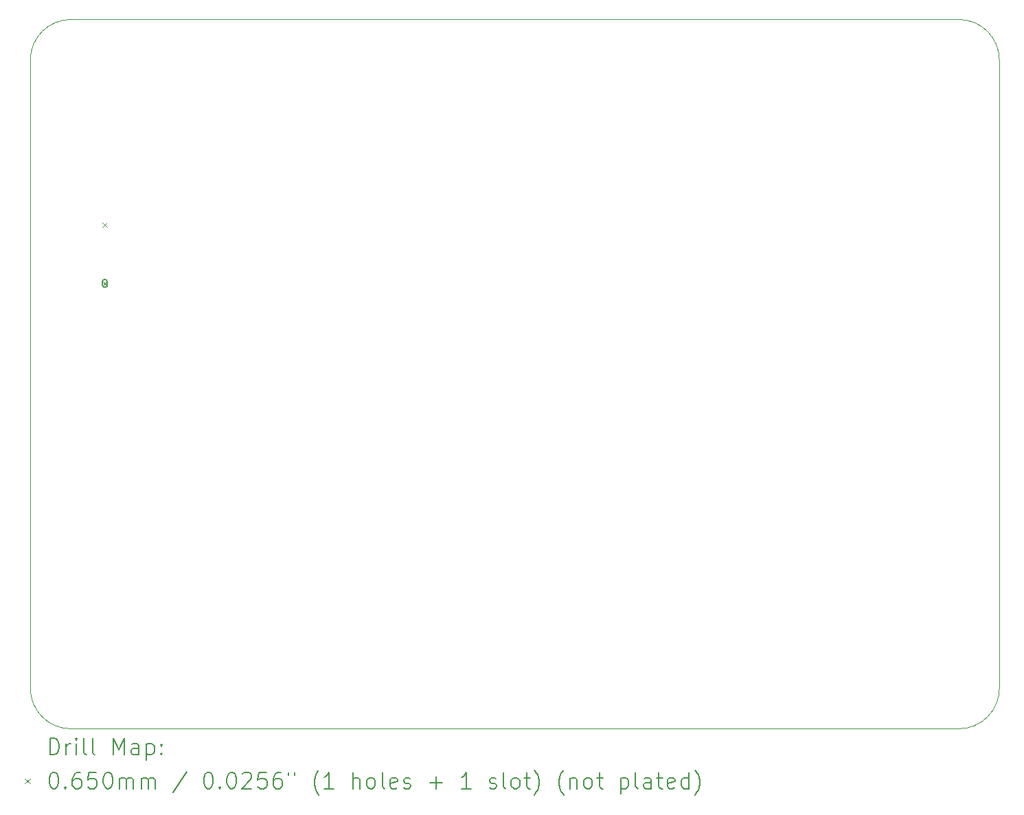
<source format=gbr>
%TF.GenerationSoftware,KiCad,Pcbnew,7.0.1*%
%TF.CreationDate,2023-10-22T20:19:52-04:00*%
%TF.ProjectId,battery_charging_devboard,62617474-6572-4795-9f63-68617267696e,rev?*%
%TF.SameCoordinates,Original*%
%TF.FileFunction,Drillmap*%
%TF.FilePolarity,Positive*%
%FSLAX45Y45*%
G04 Gerber Fmt 4.5, Leading zero omitted, Abs format (unit mm)*
G04 Created by KiCad (PCBNEW 7.0.1) date 2023-10-22 20:19:52*
%MOMM*%
%LPD*%
G01*
G04 APERTURE LIST*
%ADD10C,0.100000*%
%ADD11C,0.200000*%
%ADD12C,0.065000*%
G04 APERTURE END LIST*
D10*
X3853553Y-12146447D02*
X3853553Y-4400000D01*
X15800000Y-4400000D02*
G75*
G03*
X15300000Y-3900000I-500000J0D01*
G01*
X3853553Y-12146447D02*
G75*
G03*
X4353553Y-12646447I500000J0D01*
G01*
X15300000Y-12646447D02*
X4353553Y-12646447D01*
X15800000Y-12146447D02*
X15800000Y-4400000D01*
X4353553Y-3900000D02*
X15300000Y-3900000D01*
X4353553Y-3900000D02*
G75*
G03*
X3853553Y-4400000I0J-500000D01*
G01*
X15300000Y-12646450D02*
G75*
G03*
X15800000Y-12146447I0J500000D01*
G01*
D11*
D12*
X4738500Y-6401250D02*
X4803500Y-6466250D01*
X4803500Y-6401250D02*
X4738500Y-6466250D01*
X4738500Y-7121250D02*
X4803500Y-7186250D01*
X4803500Y-7121250D02*
X4738500Y-7186250D01*
D11*
X4738500Y-7138750D02*
X4738500Y-7168750D01*
X4738500Y-7168750D02*
G75*
G03*
X4803500Y-7168750I32500J0D01*
G01*
X4803500Y-7168750D02*
X4803500Y-7138750D01*
X4803500Y-7138750D02*
G75*
G03*
X4738500Y-7138750I-32500J0D01*
G01*
X4096172Y-12963970D02*
X4096172Y-12763970D01*
X4096172Y-12763970D02*
X4143791Y-12763970D01*
X4143791Y-12763970D02*
X4172363Y-12773494D01*
X4172363Y-12773494D02*
X4191410Y-12792542D01*
X4191410Y-12792542D02*
X4200934Y-12811589D01*
X4200934Y-12811589D02*
X4210458Y-12849685D01*
X4210458Y-12849685D02*
X4210458Y-12878256D01*
X4210458Y-12878256D02*
X4200934Y-12916351D01*
X4200934Y-12916351D02*
X4191410Y-12935399D01*
X4191410Y-12935399D02*
X4172363Y-12954447D01*
X4172363Y-12954447D02*
X4143791Y-12963970D01*
X4143791Y-12963970D02*
X4096172Y-12963970D01*
X4296172Y-12963970D02*
X4296172Y-12830637D01*
X4296172Y-12868732D02*
X4305696Y-12849685D01*
X4305696Y-12849685D02*
X4315220Y-12840161D01*
X4315220Y-12840161D02*
X4334268Y-12830637D01*
X4334268Y-12830637D02*
X4353315Y-12830637D01*
X4419982Y-12963970D02*
X4419982Y-12830637D01*
X4419982Y-12763970D02*
X4410458Y-12773494D01*
X4410458Y-12773494D02*
X4419982Y-12783018D01*
X4419982Y-12783018D02*
X4429506Y-12773494D01*
X4429506Y-12773494D02*
X4419982Y-12763970D01*
X4419982Y-12763970D02*
X4419982Y-12783018D01*
X4543791Y-12963970D02*
X4524744Y-12954447D01*
X4524744Y-12954447D02*
X4515220Y-12935399D01*
X4515220Y-12935399D02*
X4515220Y-12763970D01*
X4648553Y-12963970D02*
X4629506Y-12954447D01*
X4629506Y-12954447D02*
X4619982Y-12935399D01*
X4619982Y-12935399D02*
X4619982Y-12763970D01*
X4877125Y-12963970D02*
X4877125Y-12763970D01*
X4877125Y-12763970D02*
X4943792Y-12906827D01*
X4943792Y-12906827D02*
X5010458Y-12763970D01*
X5010458Y-12763970D02*
X5010458Y-12963970D01*
X5191411Y-12963970D02*
X5191411Y-12859208D01*
X5191411Y-12859208D02*
X5181887Y-12840161D01*
X5181887Y-12840161D02*
X5162839Y-12830637D01*
X5162839Y-12830637D02*
X5124744Y-12830637D01*
X5124744Y-12830637D02*
X5105696Y-12840161D01*
X5191411Y-12954447D02*
X5172363Y-12963970D01*
X5172363Y-12963970D02*
X5124744Y-12963970D01*
X5124744Y-12963970D02*
X5105696Y-12954447D01*
X5105696Y-12954447D02*
X5096172Y-12935399D01*
X5096172Y-12935399D02*
X5096172Y-12916351D01*
X5096172Y-12916351D02*
X5105696Y-12897304D01*
X5105696Y-12897304D02*
X5124744Y-12887780D01*
X5124744Y-12887780D02*
X5172363Y-12887780D01*
X5172363Y-12887780D02*
X5191411Y-12878256D01*
X5286649Y-12830637D02*
X5286649Y-13030637D01*
X5286649Y-12840161D02*
X5305696Y-12830637D01*
X5305696Y-12830637D02*
X5343792Y-12830637D01*
X5343792Y-12830637D02*
X5362839Y-12840161D01*
X5362839Y-12840161D02*
X5372363Y-12849685D01*
X5372363Y-12849685D02*
X5381887Y-12868732D01*
X5381887Y-12868732D02*
X5381887Y-12925875D01*
X5381887Y-12925875D02*
X5372363Y-12944923D01*
X5372363Y-12944923D02*
X5362839Y-12954447D01*
X5362839Y-12954447D02*
X5343792Y-12963970D01*
X5343792Y-12963970D02*
X5305696Y-12963970D01*
X5305696Y-12963970D02*
X5286649Y-12954447D01*
X5467601Y-12944923D02*
X5477125Y-12954447D01*
X5477125Y-12954447D02*
X5467601Y-12963970D01*
X5467601Y-12963970D02*
X5458077Y-12954447D01*
X5458077Y-12954447D02*
X5467601Y-12944923D01*
X5467601Y-12944923D02*
X5467601Y-12963970D01*
X5467601Y-12840161D02*
X5477125Y-12849685D01*
X5477125Y-12849685D02*
X5467601Y-12859208D01*
X5467601Y-12859208D02*
X5458077Y-12849685D01*
X5458077Y-12849685D02*
X5467601Y-12840161D01*
X5467601Y-12840161D02*
X5467601Y-12859208D01*
D12*
X3783553Y-13258947D02*
X3848553Y-13323947D01*
X3848553Y-13258947D02*
X3783553Y-13323947D01*
D11*
X4134268Y-13183970D02*
X4153315Y-13183970D01*
X4153315Y-13183970D02*
X4172363Y-13193494D01*
X4172363Y-13193494D02*
X4181887Y-13203018D01*
X4181887Y-13203018D02*
X4191410Y-13222066D01*
X4191410Y-13222066D02*
X4200934Y-13260161D01*
X4200934Y-13260161D02*
X4200934Y-13307780D01*
X4200934Y-13307780D02*
X4191410Y-13345875D01*
X4191410Y-13345875D02*
X4181887Y-13364923D01*
X4181887Y-13364923D02*
X4172363Y-13374447D01*
X4172363Y-13374447D02*
X4153315Y-13383970D01*
X4153315Y-13383970D02*
X4134268Y-13383970D01*
X4134268Y-13383970D02*
X4115220Y-13374447D01*
X4115220Y-13374447D02*
X4105696Y-13364923D01*
X4105696Y-13364923D02*
X4096172Y-13345875D01*
X4096172Y-13345875D02*
X4086649Y-13307780D01*
X4086649Y-13307780D02*
X4086649Y-13260161D01*
X4086649Y-13260161D02*
X4096172Y-13222066D01*
X4096172Y-13222066D02*
X4105696Y-13203018D01*
X4105696Y-13203018D02*
X4115220Y-13193494D01*
X4115220Y-13193494D02*
X4134268Y-13183970D01*
X4286649Y-13364923D02*
X4296172Y-13374447D01*
X4296172Y-13374447D02*
X4286649Y-13383970D01*
X4286649Y-13383970D02*
X4277125Y-13374447D01*
X4277125Y-13374447D02*
X4286649Y-13364923D01*
X4286649Y-13364923D02*
X4286649Y-13383970D01*
X4467601Y-13183970D02*
X4429506Y-13183970D01*
X4429506Y-13183970D02*
X4410458Y-13193494D01*
X4410458Y-13193494D02*
X4400934Y-13203018D01*
X4400934Y-13203018D02*
X4381887Y-13231589D01*
X4381887Y-13231589D02*
X4372363Y-13269685D01*
X4372363Y-13269685D02*
X4372363Y-13345875D01*
X4372363Y-13345875D02*
X4381887Y-13364923D01*
X4381887Y-13364923D02*
X4391411Y-13374447D01*
X4391411Y-13374447D02*
X4410458Y-13383970D01*
X4410458Y-13383970D02*
X4448553Y-13383970D01*
X4448553Y-13383970D02*
X4467601Y-13374447D01*
X4467601Y-13374447D02*
X4477125Y-13364923D01*
X4477125Y-13364923D02*
X4486649Y-13345875D01*
X4486649Y-13345875D02*
X4486649Y-13298256D01*
X4486649Y-13298256D02*
X4477125Y-13279208D01*
X4477125Y-13279208D02*
X4467601Y-13269685D01*
X4467601Y-13269685D02*
X4448553Y-13260161D01*
X4448553Y-13260161D02*
X4410458Y-13260161D01*
X4410458Y-13260161D02*
X4391411Y-13269685D01*
X4391411Y-13269685D02*
X4381887Y-13279208D01*
X4381887Y-13279208D02*
X4372363Y-13298256D01*
X4667601Y-13183970D02*
X4572363Y-13183970D01*
X4572363Y-13183970D02*
X4562839Y-13279208D01*
X4562839Y-13279208D02*
X4572363Y-13269685D01*
X4572363Y-13269685D02*
X4591411Y-13260161D01*
X4591411Y-13260161D02*
X4639030Y-13260161D01*
X4639030Y-13260161D02*
X4658077Y-13269685D01*
X4658077Y-13269685D02*
X4667601Y-13279208D01*
X4667601Y-13279208D02*
X4677125Y-13298256D01*
X4677125Y-13298256D02*
X4677125Y-13345875D01*
X4677125Y-13345875D02*
X4667601Y-13364923D01*
X4667601Y-13364923D02*
X4658077Y-13374447D01*
X4658077Y-13374447D02*
X4639030Y-13383970D01*
X4639030Y-13383970D02*
X4591411Y-13383970D01*
X4591411Y-13383970D02*
X4572363Y-13374447D01*
X4572363Y-13374447D02*
X4562839Y-13364923D01*
X4800934Y-13183970D02*
X4819982Y-13183970D01*
X4819982Y-13183970D02*
X4839030Y-13193494D01*
X4839030Y-13193494D02*
X4848553Y-13203018D01*
X4848553Y-13203018D02*
X4858077Y-13222066D01*
X4858077Y-13222066D02*
X4867601Y-13260161D01*
X4867601Y-13260161D02*
X4867601Y-13307780D01*
X4867601Y-13307780D02*
X4858077Y-13345875D01*
X4858077Y-13345875D02*
X4848553Y-13364923D01*
X4848553Y-13364923D02*
X4839030Y-13374447D01*
X4839030Y-13374447D02*
X4819982Y-13383970D01*
X4819982Y-13383970D02*
X4800934Y-13383970D01*
X4800934Y-13383970D02*
X4781887Y-13374447D01*
X4781887Y-13374447D02*
X4772363Y-13364923D01*
X4772363Y-13364923D02*
X4762839Y-13345875D01*
X4762839Y-13345875D02*
X4753315Y-13307780D01*
X4753315Y-13307780D02*
X4753315Y-13260161D01*
X4753315Y-13260161D02*
X4762839Y-13222066D01*
X4762839Y-13222066D02*
X4772363Y-13203018D01*
X4772363Y-13203018D02*
X4781887Y-13193494D01*
X4781887Y-13193494D02*
X4800934Y-13183970D01*
X4953315Y-13383970D02*
X4953315Y-13250637D01*
X4953315Y-13269685D02*
X4962839Y-13260161D01*
X4962839Y-13260161D02*
X4981887Y-13250637D01*
X4981887Y-13250637D02*
X5010458Y-13250637D01*
X5010458Y-13250637D02*
X5029506Y-13260161D01*
X5029506Y-13260161D02*
X5039030Y-13279208D01*
X5039030Y-13279208D02*
X5039030Y-13383970D01*
X5039030Y-13279208D02*
X5048553Y-13260161D01*
X5048553Y-13260161D02*
X5067601Y-13250637D01*
X5067601Y-13250637D02*
X5096172Y-13250637D01*
X5096172Y-13250637D02*
X5115220Y-13260161D01*
X5115220Y-13260161D02*
X5124744Y-13279208D01*
X5124744Y-13279208D02*
X5124744Y-13383970D01*
X5219982Y-13383970D02*
X5219982Y-13250637D01*
X5219982Y-13269685D02*
X5229506Y-13260161D01*
X5229506Y-13260161D02*
X5248553Y-13250637D01*
X5248553Y-13250637D02*
X5277125Y-13250637D01*
X5277125Y-13250637D02*
X5296173Y-13260161D01*
X5296173Y-13260161D02*
X5305696Y-13279208D01*
X5305696Y-13279208D02*
X5305696Y-13383970D01*
X5305696Y-13279208D02*
X5315220Y-13260161D01*
X5315220Y-13260161D02*
X5334268Y-13250637D01*
X5334268Y-13250637D02*
X5362839Y-13250637D01*
X5362839Y-13250637D02*
X5381887Y-13260161D01*
X5381887Y-13260161D02*
X5391411Y-13279208D01*
X5391411Y-13279208D02*
X5391411Y-13383970D01*
X5781887Y-13174447D02*
X5610458Y-13431589D01*
X6039030Y-13183970D02*
X6058077Y-13183970D01*
X6058077Y-13183970D02*
X6077125Y-13193494D01*
X6077125Y-13193494D02*
X6086649Y-13203018D01*
X6086649Y-13203018D02*
X6096173Y-13222066D01*
X6096173Y-13222066D02*
X6105696Y-13260161D01*
X6105696Y-13260161D02*
X6105696Y-13307780D01*
X6105696Y-13307780D02*
X6096173Y-13345875D01*
X6096173Y-13345875D02*
X6086649Y-13364923D01*
X6086649Y-13364923D02*
X6077125Y-13374447D01*
X6077125Y-13374447D02*
X6058077Y-13383970D01*
X6058077Y-13383970D02*
X6039030Y-13383970D01*
X6039030Y-13383970D02*
X6019982Y-13374447D01*
X6019982Y-13374447D02*
X6010458Y-13364923D01*
X6010458Y-13364923D02*
X6000934Y-13345875D01*
X6000934Y-13345875D02*
X5991411Y-13307780D01*
X5991411Y-13307780D02*
X5991411Y-13260161D01*
X5991411Y-13260161D02*
X6000934Y-13222066D01*
X6000934Y-13222066D02*
X6010458Y-13203018D01*
X6010458Y-13203018D02*
X6019982Y-13193494D01*
X6019982Y-13193494D02*
X6039030Y-13183970D01*
X6191411Y-13364923D02*
X6200934Y-13374447D01*
X6200934Y-13374447D02*
X6191411Y-13383970D01*
X6191411Y-13383970D02*
X6181887Y-13374447D01*
X6181887Y-13374447D02*
X6191411Y-13364923D01*
X6191411Y-13364923D02*
X6191411Y-13383970D01*
X6324744Y-13183970D02*
X6343792Y-13183970D01*
X6343792Y-13183970D02*
X6362839Y-13193494D01*
X6362839Y-13193494D02*
X6372363Y-13203018D01*
X6372363Y-13203018D02*
X6381887Y-13222066D01*
X6381887Y-13222066D02*
X6391411Y-13260161D01*
X6391411Y-13260161D02*
X6391411Y-13307780D01*
X6391411Y-13307780D02*
X6381887Y-13345875D01*
X6381887Y-13345875D02*
X6372363Y-13364923D01*
X6372363Y-13364923D02*
X6362839Y-13374447D01*
X6362839Y-13374447D02*
X6343792Y-13383970D01*
X6343792Y-13383970D02*
X6324744Y-13383970D01*
X6324744Y-13383970D02*
X6305696Y-13374447D01*
X6305696Y-13374447D02*
X6296173Y-13364923D01*
X6296173Y-13364923D02*
X6286649Y-13345875D01*
X6286649Y-13345875D02*
X6277125Y-13307780D01*
X6277125Y-13307780D02*
X6277125Y-13260161D01*
X6277125Y-13260161D02*
X6286649Y-13222066D01*
X6286649Y-13222066D02*
X6296173Y-13203018D01*
X6296173Y-13203018D02*
X6305696Y-13193494D01*
X6305696Y-13193494D02*
X6324744Y-13183970D01*
X6467601Y-13203018D02*
X6477125Y-13193494D01*
X6477125Y-13193494D02*
X6496173Y-13183970D01*
X6496173Y-13183970D02*
X6543792Y-13183970D01*
X6543792Y-13183970D02*
X6562839Y-13193494D01*
X6562839Y-13193494D02*
X6572363Y-13203018D01*
X6572363Y-13203018D02*
X6581887Y-13222066D01*
X6581887Y-13222066D02*
X6581887Y-13241113D01*
X6581887Y-13241113D02*
X6572363Y-13269685D01*
X6572363Y-13269685D02*
X6458077Y-13383970D01*
X6458077Y-13383970D02*
X6581887Y-13383970D01*
X6762839Y-13183970D02*
X6667601Y-13183970D01*
X6667601Y-13183970D02*
X6658077Y-13279208D01*
X6658077Y-13279208D02*
X6667601Y-13269685D01*
X6667601Y-13269685D02*
X6686649Y-13260161D01*
X6686649Y-13260161D02*
X6734268Y-13260161D01*
X6734268Y-13260161D02*
X6753315Y-13269685D01*
X6753315Y-13269685D02*
X6762839Y-13279208D01*
X6762839Y-13279208D02*
X6772363Y-13298256D01*
X6772363Y-13298256D02*
X6772363Y-13345875D01*
X6772363Y-13345875D02*
X6762839Y-13364923D01*
X6762839Y-13364923D02*
X6753315Y-13374447D01*
X6753315Y-13374447D02*
X6734268Y-13383970D01*
X6734268Y-13383970D02*
X6686649Y-13383970D01*
X6686649Y-13383970D02*
X6667601Y-13374447D01*
X6667601Y-13374447D02*
X6658077Y-13364923D01*
X6943792Y-13183970D02*
X6905696Y-13183970D01*
X6905696Y-13183970D02*
X6886649Y-13193494D01*
X6886649Y-13193494D02*
X6877125Y-13203018D01*
X6877125Y-13203018D02*
X6858077Y-13231589D01*
X6858077Y-13231589D02*
X6848554Y-13269685D01*
X6848554Y-13269685D02*
X6848554Y-13345875D01*
X6848554Y-13345875D02*
X6858077Y-13364923D01*
X6858077Y-13364923D02*
X6867601Y-13374447D01*
X6867601Y-13374447D02*
X6886649Y-13383970D01*
X6886649Y-13383970D02*
X6924744Y-13383970D01*
X6924744Y-13383970D02*
X6943792Y-13374447D01*
X6943792Y-13374447D02*
X6953315Y-13364923D01*
X6953315Y-13364923D02*
X6962839Y-13345875D01*
X6962839Y-13345875D02*
X6962839Y-13298256D01*
X6962839Y-13298256D02*
X6953315Y-13279208D01*
X6953315Y-13279208D02*
X6943792Y-13269685D01*
X6943792Y-13269685D02*
X6924744Y-13260161D01*
X6924744Y-13260161D02*
X6886649Y-13260161D01*
X6886649Y-13260161D02*
X6867601Y-13269685D01*
X6867601Y-13269685D02*
X6858077Y-13279208D01*
X6858077Y-13279208D02*
X6848554Y-13298256D01*
X7039030Y-13183970D02*
X7039030Y-13222066D01*
X7115220Y-13183970D02*
X7115220Y-13222066D01*
X7410458Y-13460161D02*
X7400935Y-13450637D01*
X7400935Y-13450637D02*
X7381887Y-13422066D01*
X7381887Y-13422066D02*
X7372363Y-13403018D01*
X7372363Y-13403018D02*
X7362839Y-13374447D01*
X7362839Y-13374447D02*
X7353316Y-13326827D01*
X7353316Y-13326827D02*
X7353316Y-13288732D01*
X7353316Y-13288732D02*
X7362839Y-13241113D01*
X7362839Y-13241113D02*
X7372363Y-13212542D01*
X7372363Y-13212542D02*
X7381887Y-13193494D01*
X7381887Y-13193494D02*
X7400935Y-13164923D01*
X7400935Y-13164923D02*
X7410458Y-13155399D01*
X7591411Y-13383970D02*
X7477125Y-13383970D01*
X7534268Y-13383970D02*
X7534268Y-13183970D01*
X7534268Y-13183970D02*
X7515220Y-13212542D01*
X7515220Y-13212542D02*
X7496173Y-13231589D01*
X7496173Y-13231589D02*
X7477125Y-13241113D01*
X7829506Y-13383970D02*
X7829506Y-13183970D01*
X7915220Y-13383970D02*
X7915220Y-13279208D01*
X7915220Y-13279208D02*
X7905697Y-13260161D01*
X7905697Y-13260161D02*
X7886649Y-13250637D01*
X7886649Y-13250637D02*
X7858077Y-13250637D01*
X7858077Y-13250637D02*
X7839030Y-13260161D01*
X7839030Y-13260161D02*
X7829506Y-13269685D01*
X8039030Y-13383970D02*
X8019982Y-13374447D01*
X8019982Y-13374447D02*
X8010458Y-13364923D01*
X8010458Y-13364923D02*
X8000935Y-13345875D01*
X8000935Y-13345875D02*
X8000935Y-13288732D01*
X8000935Y-13288732D02*
X8010458Y-13269685D01*
X8010458Y-13269685D02*
X8019982Y-13260161D01*
X8019982Y-13260161D02*
X8039030Y-13250637D01*
X8039030Y-13250637D02*
X8067601Y-13250637D01*
X8067601Y-13250637D02*
X8086649Y-13260161D01*
X8086649Y-13260161D02*
X8096173Y-13269685D01*
X8096173Y-13269685D02*
X8105697Y-13288732D01*
X8105697Y-13288732D02*
X8105697Y-13345875D01*
X8105697Y-13345875D02*
X8096173Y-13364923D01*
X8096173Y-13364923D02*
X8086649Y-13374447D01*
X8086649Y-13374447D02*
X8067601Y-13383970D01*
X8067601Y-13383970D02*
X8039030Y-13383970D01*
X8219982Y-13383970D02*
X8200935Y-13374447D01*
X8200935Y-13374447D02*
X8191411Y-13355399D01*
X8191411Y-13355399D02*
X8191411Y-13183970D01*
X8372363Y-13374447D02*
X8353316Y-13383970D01*
X8353316Y-13383970D02*
X8315220Y-13383970D01*
X8315220Y-13383970D02*
X8296173Y-13374447D01*
X8296173Y-13374447D02*
X8286649Y-13355399D01*
X8286649Y-13355399D02*
X8286649Y-13279208D01*
X8286649Y-13279208D02*
X8296173Y-13260161D01*
X8296173Y-13260161D02*
X8315220Y-13250637D01*
X8315220Y-13250637D02*
X8353316Y-13250637D01*
X8353316Y-13250637D02*
X8372363Y-13260161D01*
X8372363Y-13260161D02*
X8381887Y-13279208D01*
X8381887Y-13279208D02*
X8381887Y-13298256D01*
X8381887Y-13298256D02*
X8286649Y-13317304D01*
X8458078Y-13374447D02*
X8477125Y-13383970D01*
X8477125Y-13383970D02*
X8515220Y-13383970D01*
X8515220Y-13383970D02*
X8534268Y-13374447D01*
X8534268Y-13374447D02*
X8543792Y-13355399D01*
X8543792Y-13355399D02*
X8543792Y-13345875D01*
X8543792Y-13345875D02*
X8534268Y-13326827D01*
X8534268Y-13326827D02*
X8515220Y-13317304D01*
X8515220Y-13317304D02*
X8486649Y-13317304D01*
X8486649Y-13317304D02*
X8467601Y-13307780D01*
X8467601Y-13307780D02*
X8458078Y-13288732D01*
X8458078Y-13288732D02*
X8458078Y-13279208D01*
X8458078Y-13279208D02*
X8467601Y-13260161D01*
X8467601Y-13260161D02*
X8486649Y-13250637D01*
X8486649Y-13250637D02*
X8515220Y-13250637D01*
X8515220Y-13250637D02*
X8534268Y-13260161D01*
X8781887Y-13307780D02*
X8934268Y-13307780D01*
X8858078Y-13383970D02*
X8858078Y-13231589D01*
X9286649Y-13383970D02*
X9172363Y-13383970D01*
X9229506Y-13383970D02*
X9229506Y-13183970D01*
X9229506Y-13183970D02*
X9210459Y-13212542D01*
X9210459Y-13212542D02*
X9191411Y-13231589D01*
X9191411Y-13231589D02*
X9172363Y-13241113D01*
X9515221Y-13374447D02*
X9534268Y-13383970D01*
X9534268Y-13383970D02*
X9572363Y-13383970D01*
X9572363Y-13383970D02*
X9591411Y-13374447D01*
X9591411Y-13374447D02*
X9600935Y-13355399D01*
X9600935Y-13355399D02*
X9600935Y-13345875D01*
X9600935Y-13345875D02*
X9591411Y-13326827D01*
X9591411Y-13326827D02*
X9572363Y-13317304D01*
X9572363Y-13317304D02*
X9543792Y-13317304D01*
X9543792Y-13317304D02*
X9524744Y-13307780D01*
X9524744Y-13307780D02*
X9515221Y-13288732D01*
X9515221Y-13288732D02*
X9515221Y-13279208D01*
X9515221Y-13279208D02*
X9524744Y-13260161D01*
X9524744Y-13260161D02*
X9543792Y-13250637D01*
X9543792Y-13250637D02*
X9572363Y-13250637D01*
X9572363Y-13250637D02*
X9591411Y-13260161D01*
X9715221Y-13383970D02*
X9696173Y-13374447D01*
X9696173Y-13374447D02*
X9686649Y-13355399D01*
X9686649Y-13355399D02*
X9686649Y-13183970D01*
X9819983Y-13383970D02*
X9800935Y-13374447D01*
X9800935Y-13374447D02*
X9791411Y-13364923D01*
X9791411Y-13364923D02*
X9781887Y-13345875D01*
X9781887Y-13345875D02*
X9781887Y-13288732D01*
X9781887Y-13288732D02*
X9791411Y-13269685D01*
X9791411Y-13269685D02*
X9800935Y-13260161D01*
X9800935Y-13260161D02*
X9819983Y-13250637D01*
X9819983Y-13250637D02*
X9848554Y-13250637D01*
X9848554Y-13250637D02*
X9867602Y-13260161D01*
X9867602Y-13260161D02*
X9877125Y-13269685D01*
X9877125Y-13269685D02*
X9886649Y-13288732D01*
X9886649Y-13288732D02*
X9886649Y-13345875D01*
X9886649Y-13345875D02*
X9877125Y-13364923D01*
X9877125Y-13364923D02*
X9867602Y-13374447D01*
X9867602Y-13374447D02*
X9848554Y-13383970D01*
X9848554Y-13383970D02*
X9819983Y-13383970D01*
X9943792Y-13250637D02*
X10019983Y-13250637D01*
X9972364Y-13183970D02*
X9972364Y-13355399D01*
X9972364Y-13355399D02*
X9981887Y-13374447D01*
X9981887Y-13374447D02*
X10000935Y-13383970D01*
X10000935Y-13383970D02*
X10019983Y-13383970D01*
X10067602Y-13460161D02*
X10077125Y-13450637D01*
X10077125Y-13450637D02*
X10096173Y-13422066D01*
X10096173Y-13422066D02*
X10105697Y-13403018D01*
X10105697Y-13403018D02*
X10115221Y-13374447D01*
X10115221Y-13374447D02*
X10124744Y-13326827D01*
X10124744Y-13326827D02*
X10124744Y-13288732D01*
X10124744Y-13288732D02*
X10115221Y-13241113D01*
X10115221Y-13241113D02*
X10105697Y-13212542D01*
X10105697Y-13212542D02*
X10096173Y-13193494D01*
X10096173Y-13193494D02*
X10077125Y-13164923D01*
X10077125Y-13164923D02*
X10067602Y-13155399D01*
X10429506Y-13460161D02*
X10419983Y-13450637D01*
X10419983Y-13450637D02*
X10400935Y-13422066D01*
X10400935Y-13422066D02*
X10391411Y-13403018D01*
X10391411Y-13403018D02*
X10381887Y-13374447D01*
X10381887Y-13374447D02*
X10372364Y-13326827D01*
X10372364Y-13326827D02*
X10372364Y-13288732D01*
X10372364Y-13288732D02*
X10381887Y-13241113D01*
X10381887Y-13241113D02*
X10391411Y-13212542D01*
X10391411Y-13212542D02*
X10400935Y-13193494D01*
X10400935Y-13193494D02*
X10419983Y-13164923D01*
X10419983Y-13164923D02*
X10429506Y-13155399D01*
X10505697Y-13250637D02*
X10505697Y-13383970D01*
X10505697Y-13269685D02*
X10515221Y-13260161D01*
X10515221Y-13260161D02*
X10534268Y-13250637D01*
X10534268Y-13250637D02*
X10562840Y-13250637D01*
X10562840Y-13250637D02*
X10581887Y-13260161D01*
X10581887Y-13260161D02*
X10591411Y-13279208D01*
X10591411Y-13279208D02*
X10591411Y-13383970D01*
X10715221Y-13383970D02*
X10696173Y-13374447D01*
X10696173Y-13374447D02*
X10686649Y-13364923D01*
X10686649Y-13364923D02*
X10677125Y-13345875D01*
X10677125Y-13345875D02*
X10677125Y-13288732D01*
X10677125Y-13288732D02*
X10686649Y-13269685D01*
X10686649Y-13269685D02*
X10696173Y-13260161D01*
X10696173Y-13260161D02*
X10715221Y-13250637D01*
X10715221Y-13250637D02*
X10743792Y-13250637D01*
X10743792Y-13250637D02*
X10762840Y-13260161D01*
X10762840Y-13260161D02*
X10772364Y-13269685D01*
X10772364Y-13269685D02*
X10781887Y-13288732D01*
X10781887Y-13288732D02*
X10781887Y-13345875D01*
X10781887Y-13345875D02*
X10772364Y-13364923D01*
X10772364Y-13364923D02*
X10762840Y-13374447D01*
X10762840Y-13374447D02*
X10743792Y-13383970D01*
X10743792Y-13383970D02*
X10715221Y-13383970D01*
X10839030Y-13250637D02*
X10915221Y-13250637D01*
X10867602Y-13183970D02*
X10867602Y-13355399D01*
X10867602Y-13355399D02*
X10877125Y-13374447D01*
X10877125Y-13374447D02*
X10896173Y-13383970D01*
X10896173Y-13383970D02*
X10915221Y-13383970D01*
X11134268Y-13250637D02*
X11134268Y-13450637D01*
X11134268Y-13260161D02*
X11153316Y-13250637D01*
X11153316Y-13250637D02*
X11191411Y-13250637D01*
X11191411Y-13250637D02*
X11210459Y-13260161D01*
X11210459Y-13260161D02*
X11219983Y-13269685D01*
X11219983Y-13269685D02*
X11229506Y-13288732D01*
X11229506Y-13288732D02*
X11229506Y-13345875D01*
X11229506Y-13345875D02*
X11219983Y-13364923D01*
X11219983Y-13364923D02*
X11210459Y-13374447D01*
X11210459Y-13374447D02*
X11191411Y-13383970D01*
X11191411Y-13383970D02*
X11153316Y-13383970D01*
X11153316Y-13383970D02*
X11134268Y-13374447D01*
X11343792Y-13383970D02*
X11324744Y-13374447D01*
X11324744Y-13374447D02*
X11315221Y-13355399D01*
X11315221Y-13355399D02*
X11315221Y-13183970D01*
X11505697Y-13383970D02*
X11505697Y-13279208D01*
X11505697Y-13279208D02*
X11496173Y-13260161D01*
X11496173Y-13260161D02*
X11477125Y-13250637D01*
X11477125Y-13250637D02*
X11439030Y-13250637D01*
X11439030Y-13250637D02*
X11419983Y-13260161D01*
X11505697Y-13374447D02*
X11486649Y-13383970D01*
X11486649Y-13383970D02*
X11439030Y-13383970D01*
X11439030Y-13383970D02*
X11419983Y-13374447D01*
X11419983Y-13374447D02*
X11410459Y-13355399D01*
X11410459Y-13355399D02*
X11410459Y-13336351D01*
X11410459Y-13336351D02*
X11419983Y-13317304D01*
X11419983Y-13317304D02*
X11439030Y-13307780D01*
X11439030Y-13307780D02*
X11486649Y-13307780D01*
X11486649Y-13307780D02*
X11505697Y-13298256D01*
X11572364Y-13250637D02*
X11648554Y-13250637D01*
X11600935Y-13183970D02*
X11600935Y-13355399D01*
X11600935Y-13355399D02*
X11610459Y-13374447D01*
X11610459Y-13374447D02*
X11629506Y-13383970D01*
X11629506Y-13383970D02*
X11648554Y-13383970D01*
X11791411Y-13374447D02*
X11772364Y-13383970D01*
X11772364Y-13383970D02*
X11734268Y-13383970D01*
X11734268Y-13383970D02*
X11715221Y-13374447D01*
X11715221Y-13374447D02*
X11705697Y-13355399D01*
X11705697Y-13355399D02*
X11705697Y-13279208D01*
X11705697Y-13279208D02*
X11715221Y-13260161D01*
X11715221Y-13260161D02*
X11734268Y-13250637D01*
X11734268Y-13250637D02*
X11772364Y-13250637D01*
X11772364Y-13250637D02*
X11791411Y-13260161D01*
X11791411Y-13260161D02*
X11800935Y-13279208D01*
X11800935Y-13279208D02*
X11800935Y-13298256D01*
X11800935Y-13298256D02*
X11705697Y-13317304D01*
X11972364Y-13383970D02*
X11972364Y-13183970D01*
X11972364Y-13374447D02*
X11953316Y-13383970D01*
X11953316Y-13383970D02*
X11915221Y-13383970D01*
X11915221Y-13383970D02*
X11896173Y-13374447D01*
X11896173Y-13374447D02*
X11886649Y-13364923D01*
X11886649Y-13364923D02*
X11877125Y-13345875D01*
X11877125Y-13345875D02*
X11877125Y-13288732D01*
X11877125Y-13288732D02*
X11886649Y-13269685D01*
X11886649Y-13269685D02*
X11896173Y-13260161D01*
X11896173Y-13260161D02*
X11915221Y-13250637D01*
X11915221Y-13250637D02*
X11953316Y-13250637D01*
X11953316Y-13250637D02*
X11972364Y-13260161D01*
X12048554Y-13460161D02*
X12058078Y-13450637D01*
X12058078Y-13450637D02*
X12077125Y-13422066D01*
X12077125Y-13422066D02*
X12086649Y-13403018D01*
X12086649Y-13403018D02*
X12096173Y-13374447D01*
X12096173Y-13374447D02*
X12105697Y-13326827D01*
X12105697Y-13326827D02*
X12105697Y-13288732D01*
X12105697Y-13288732D02*
X12096173Y-13241113D01*
X12096173Y-13241113D02*
X12086649Y-13212542D01*
X12086649Y-13212542D02*
X12077125Y-13193494D01*
X12077125Y-13193494D02*
X12058078Y-13164923D01*
X12058078Y-13164923D02*
X12048554Y-13155399D01*
M02*

</source>
